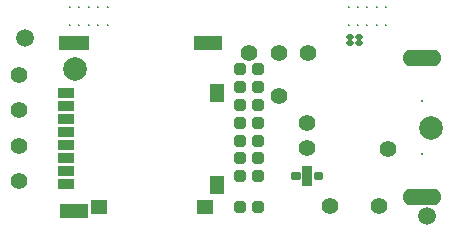
<source format=gbs>
%FSLAX24Y24*%
%MOIN*%
G70*
G01*
G75*
G04 Layer_Color=6899487*
%ADD10C,0.0060*%
%ADD11C,0.0197*%
G04:AMPARAMS|DCode=12|XSize=55.1mil|YSize=39.4mil|CornerRadius=3mil|HoleSize=0mil|Usage=FLASHONLY|Rotation=0.000|XOffset=0mil|YOffset=0mil|HoleType=Round|Shape=RoundedRectangle|*
%AMROUNDEDRECTD12*
21,1,0.0551,0.0335,0,0,0.0*
21,1,0.0492,0.0394,0,0,0.0*
1,1,0.0059,0.0246,-0.0167*
1,1,0.0059,-0.0246,-0.0167*
1,1,0.0059,-0.0246,0.0167*
1,1,0.0059,0.0246,0.0167*
%
%ADD12ROUNDEDRECTD12*%
G04:AMPARAMS|DCode=13|XSize=31.5mil|YSize=23.6mil|CornerRadius=1.2mil|HoleSize=0mil|Usage=FLASHONLY|Rotation=90.000|XOffset=0mil|YOffset=0mil|HoleType=Round|Shape=RoundedRectangle|*
%AMROUNDEDRECTD13*
21,1,0.0315,0.0213,0,0,90.0*
21,1,0.0291,0.0236,0,0,90.0*
1,1,0.0024,0.0106,0.0146*
1,1,0.0024,0.0106,-0.0146*
1,1,0.0024,-0.0106,-0.0146*
1,1,0.0024,-0.0106,0.0146*
%
%ADD13ROUNDEDRECTD13*%
G04:AMPARAMS|DCode=14|XSize=19.7mil|YSize=19.7mil|CornerRadius=1mil|HoleSize=0mil|Usage=FLASHONLY|Rotation=90.000|XOffset=0mil|YOffset=0mil|HoleType=Round|Shape=RoundedRectangle|*
%AMROUNDEDRECTD14*
21,1,0.0197,0.0177,0,0,90.0*
21,1,0.0177,0.0197,0,0,90.0*
1,1,0.0020,0.0089,0.0089*
1,1,0.0020,0.0089,-0.0089*
1,1,0.0020,-0.0089,-0.0089*
1,1,0.0020,-0.0089,0.0089*
%
%ADD14ROUNDEDRECTD14*%
G04:AMPARAMS|DCode=15|XSize=19.7mil|YSize=19.7mil|CornerRadius=1mil|HoleSize=0mil|Usage=FLASHONLY|Rotation=180.000|XOffset=0mil|YOffset=0mil|HoleType=Round|Shape=RoundedRectangle|*
%AMROUNDEDRECTD15*
21,1,0.0197,0.0177,0,0,180.0*
21,1,0.0177,0.0197,0,0,180.0*
1,1,0.0020,-0.0089,0.0089*
1,1,0.0020,0.0089,0.0089*
1,1,0.0020,0.0089,-0.0089*
1,1,0.0020,-0.0089,-0.0089*
%
%ADD15ROUNDEDRECTD15*%
G04:AMPARAMS|DCode=16|XSize=15.7mil|YSize=19.7mil|CornerRadius=0mil|HoleSize=0mil|Usage=FLASHONLY|Rotation=90.000|XOffset=0mil|YOffset=0mil|HoleType=Round|Shape=Octagon|*
%AMOCTAGOND16*
4,1,8,-0.0098,-0.0039,-0.0098,0.0039,-0.0059,0.0079,0.0059,0.0079,0.0098,0.0039,0.0098,-0.0039,0.0059,-0.0079,-0.0059,-0.0079,-0.0098,-0.0039,0.0*
%
%ADD16OCTAGOND16*%

G04:AMPARAMS|DCode=17|XSize=31.5mil|YSize=23.6mil|CornerRadius=1.2mil|HoleSize=0mil|Usage=FLASHONLY|Rotation=0.000|XOffset=0mil|YOffset=0mil|HoleType=Round|Shape=RoundedRectangle|*
%AMROUNDEDRECTD17*
21,1,0.0315,0.0213,0,0,0.0*
21,1,0.0291,0.0236,0,0,0.0*
1,1,0.0024,0.0146,-0.0106*
1,1,0.0024,-0.0146,-0.0106*
1,1,0.0024,-0.0146,0.0106*
1,1,0.0024,0.0146,0.0106*
%
%ADD17ROUNDEDRECTD17*%
G04:AMPARAMS|DCode=18|XSize=15.7mil|YSize=19.7mil|CornerRadius=0mil|HoleSize=0mil|Usage=FLASHONLY|Rotation=0.000|XOffset=0mil|YOffset=0mil|HoleType=Round|Shape=Octagon|*
%AMOCTAGOND18*
4,1,8,-0.0039,0.0098,0.0039,0.0098,0.0079,0.0059,0.0079,-0.0059,0.0039,-0.0098,-0.0039,-0.0098,-0.0079,-0.0059,-0.0079,0.0059,-0.0039,0.0098,0.0*
%
%ADD18OCTAGOND18*%

G04:AMPARAMS|DCode=19|XSize=13.8mil|YSize=33.5mil|CornerRadius=0.7mil|HoleSize=0mil|Usage=FLASHONLY|Rotation=270.000|XOffset=0mil|YOffset=0mil|HoleType=Round|Shape=RoundedRectangle|*
%AMROUNDEDRECTD19*
21,1,0.0138,0.0321,0,0,270.0*
21,1,0.0124,0.0335,0,0,270.0*
1,1,0.0014,-0.0160,-0.0062*
1,1,0.0014,-0.0160,0.0062*
1,1,0.0014,0.0160,0.0062*
1,1,0.0014,0.0160,-0.0062*
%
%ADD19ROUNDEDRECTD19*%
G04:AMPARAMS|DCode=20|XSize=25.6mil|YSize=39.4mil|CornerRadius=2.6mil|HoleSize=0mil|Usage=FLASHONLY|Rotation=90.000|XOffset=0mil|YOffset=0mil|HoleType=Round|Shape=RoundedRectangle|*
%AMROUNDEDRECTD20*
21,1,0.0256,0.0343,0,0,90.0*
21,1,0.0205,0.0394,0,0,90.0*
1,1,0.0051,0.0171,0.0102*
1,1,0.0051,0.0171,-0.0102*
1,1,0.0051,-0.0171,-0.0102*
1,1,0.0051,-0.0171,0.0102*
%
%ADD20ROUNDEDRECTD20*%
G04:AMPARAMS|DCode=21|XSize=196.9mil|YSize=196.9mil|CornerRadius=9.8mil|HoleSize=0mil|Usage=FLASHONLY|Rotation=90.000|XOffset=0mil|YOffset=0mil|HoleType=Round|Shape=RoundedRectangle|*
%AMROUNDEDRECTD21*
21,1,0.1969,0.1772,0,0,90.0*
21,1,0.1772,0.1969,0,0,90.0*
1,1,0.0197,0.0886,0.0886*
1,1,0.0197,0.0886,-0.0886*
1,1,0.0197,-0.0886,-0.0886*
1,1,0.0197,-0.0886,0.0886*
%
%ADD21ROUNDEDRECTD21*%
G04:AMPARAMS|DCode=22|XSize=47.2mil|YSize=11.8mil|CornerRadius=5.9mil|HoleSize=0mil|Usage=FLASHONLY|Rotation=90.000|XOffset=0mil|YOffset=0mil|HoleType=Round|Shape=RoundedRectangle|*
%AMROUNDEDRECTD22*
21,1,0.0472,0.0000,0,0,90.0*
21,1,0.0354,0.0118,0,0,90.0*
1,1,0.0118,0.0000,0.0177*
1,1,0.0118,0.0000,-0.0177*
1,1,0.0118,0.0000,-0.0177*
1,1,0.0118,0.0000,0.0177*
%
%ADD22ROUNDEDRECTD22*%
G04:AMPARAMS|DCode=23|XSize=47.2mil|YSize=11.8mil|CornerRadius=5.9mil|HoleSize=0mil|Usage=FLASHONLY|Rotation=0.000|XOffset=0mil|YOffset=0mil|HoleType=Round|Shape=RoundedRectangle|*
%AMROUNDEDRECTD23*
21,1,0.0472,0.0000,0,0,0.0*
21,1,0.0354,0.0118,0,0,0.0*
1,1,0.0118,0.0177,0.0000*
1,1,0.0118,-0.0177,0.0000*
1,1,0.0118,-0.0177,0.0000*
1,1,0.0118,0.0177,0.0000*
%
%ADD23ROUNDEDRECTD23*%
G04:AMPARAMS|DCode=24|XSize=39mil|YSize=11.8mil|CornerRadius=0.9mil|HoleSize=0mil|Usage=FLASHONLY|Rotation=180.000|XOffset=0mil|YOffset=0mil|HoleType=Round|Shape=RoundedRectangle|*
%AMROUNDEDRECTD24*
21,1,0.0390,0.0100,0,0,180.0*
21,1,0.0372,0.0118,0,0,180.0*
1,1,0.0018,-0.0186,0.0050*
1,1,0.0018,0.0186,0.0050*
1,1,0.0018,0.0186,-0.0050*
1,1,0.0018,-0.0186,-0.0050*
%
%ADD24ROUNDEDRECTD24*%
G04:AMPARAMS|DCode=25|XSize=31.5mil|YSize=29.5mil|CornerRadius=3mil|HoleSize=0mil|Usage=FLASHONLY|Rotation=180.000|XOffset=0mil|YOffset=0mil|HoleType=Round|Shape=RoundedRectangle|*
%AMROUNDEDRECTD25*
21,1,0.0315,0.0236,0,0,180.0*
21,1,0.0256,0.0295,0,0,180.0*
1,1,0.0059,-0.0128,0.0118*
1,1,0.0059,0.0128,0.0118*
1,1,0.0059,0.0128,-0.0118*
1,1,0.0059,-0.0128,-0.0118*
%
%ADD25ROUNDEDRECTD25*%
G04:AMPARAMS|DCode=26|XSize=31.5mil|YSize=29.5mil|CornerRadius=3mil|HoleSize=0mil|Usage=FLASHONLY|Rotation=270.000|XOffset=0mil|YOffset=0mil|HoleType=Round|Shape=RoundedRectangle|*
%AMROUNDEDRECTD26*
21,1,0.0315,0.0236,0,0,270.0*
21,1,0.0256,0.0295,0,0,270.0*
1,1,0.0059,-0.0118,-0.0128*
1,1,0.0059,-0.0118,0.0128*
1,1,0.0059,0.0118,0.0128*
1,1,0.0059,0.0118,-0.0128*
%
%ADD26ROUNDEDRECTD26*%
G04:AMPARAMS|DCode=27|XSize=31.5mil|YSize=31.5mil|CornerRadius=3.2mil|HoleSize=0mil|Usage=FLASHONLY|Rotation=180.000|XOffset=0mil|YOffset=0mil|HoleType=Round|Shape=RoundedRectangle|*
%AMROUNDEDRECTD27*
21,1,0.0315,0.0252,0,0,180.0*
21,1,0.0252,0.0315,0,0,180.0*
1,1,0.0063,-0.0126,0.0126*
1,1,0.0063,0.0126,0.0126*
1,1,0.0063,0.0126,-0.0126*
1,1,0.0063,-0.0126,-0.0126*
%
%ADD27ROUNDEDRECTD27*%
G04:AMPARAMS|DCode=28|XSize=31.5mil|YSize=31.5mil|CornerRadius=3.2mil|HoleSize=0mil|Usage=FLASHONLY|Rotation=90.000|XOffset=0mil|YOffset=0mil|HoleType=Round|Shape=RoundedRectangle|*
%AMROUNDEDRECTD28*
21,1,0.0315,0.0252,0,0,90.0*
21,1,0.0252,0.0315,0,0,90.0*
1,1,0.0063,0.0126,0.0126*
1,1,0.0063,0.0126,-0.0126*
1,1,0.0063,-0.0126,-0.0126*
1,1,0.0063,-0.0126,0.0126*
%
%ADD28ROUNDEDRECTD28*%
G04:AMPARAMS|DCode=29|XSize=47.2mil|YSize=78.7mil|CornerRadius=3.5mil|HoleSize=0mil|Usage=FLASHONLY|Rotation=90.000|XOffset=0mil|YOffset=0mil|HoleType=Round|Shape=RoundedRectangle|*
%AMROUNDEDRECTD29*
21,1,0.0472,0.0717,0,0,90.0*
21,1,0.0402,0.0787,0,0,90.0*
1,1,0.0071,0.0358,0.0201*
1,1,0.0071,0.0358,-0.0201*
1,1,0.0071,-0.0358,-0.0201*
1,1,0.0071,-0.0358,0.0201*
%
%ADD29ROUNDEDRECTD29*%
G04:AMPARAMS|DCode=30|XSize=47.2mil|YSize=78.7mil|CornerRadius=0mil|HoleSize=0mil|Usage=FLASHONLY|Rotation=90.000|XOffset=0mil|YOffset=0mil|HoleType=Round|Shape=RoundedRectangle|*
%AMROUNDEDRECTD30*
21,1,0.0472,0.0787,0,0,90.0*
21,1,0.0472,0.0787,0,0,90.0*
1,1,0.0000,0.0394,0.0236*
1,1,0.0000,0.0394,-0.0236*
1,1,0.0000,-0.0394,-0.0236*
1,1,0.0000,-0.0394,0.0236*
%
%ADD30ROUNDEDRECTD30*%
G04:AMPARAMS|DCode=31|XSize=39.4mil|YSize=59.1mil|CornerRadius=3mil|HoleSize=0mil|Usage=FLASHONLY|Rotation=0.000|XOffset=0mil|YOffset=0mil|HoleType=Round|Shape=RoundedRectangle|*
%AMROUNDEDRECTD31*
21,1,0.0394,0.0532,0,0,0.0*
21,1,0.0335,0.0591,0,0,0.0*
1,1,0.0059,0.0167,-0.0266*
1,1,0.0059,-0.0167,-0.0266*
1,1,0.0059,-0.0167,0.0266*
1,1,0.0059,0.0167,0.0266*
%
%ADD31ROUNDEDRECTD31*%
%ADD32C,0.0080*%
%ADD33C,0.0100*%
G04:AMPARAMS|DCode=34|XSize=3.9mil|YSize=3.9mil|CornerRadius=0.3mil|HoleSize=0mil|Usage=FLASHONLY|Rotation=0.000|XOffset=0mil|YOffset=0mil|HoleType=Round|Shape=RoundedRectangle|*
%AMROUNDEDRECTD34*
21,1,0.0039,0.0033,0,0,0.0*
21,1,0.0033,0.0039,0,0,0.0*
1,1,0.0006,0.0017,-0.0017*
1,1,0.0006,-0.0017,-0.0017*
1,1,0.0006,-0.0017,0.0017*
1,1,0.0006,0.0017,0.0017*
%
%ADD34ROUNDEDRECTD34*%
%ADD35C,0.0197*%
%ADD36C,0.0315*%
%ADD37C,0.0039*%
%ADD38O,0.1260X0.0512*%
%ADD39C,0.0472*%
G04:AMPARAMS|DCode=40|XSize=45.3mil|YSize=86.6mil|CornerRadius=1.1mil|HoleSize=0mil|Usage=FLASHONLY|Rotation=270.000|XOffset=0mil|YOffset=0mil|HoleType=Round|Shape=RoundedRectangle|*
%AMROUNDEDRECTD40*
21,1,0.0453,0.0843,0,0,270.0*
21,1,0.0430,0.0866,0,0,270.0*
1,1,0.0023,-0.0422,-0.0215*
1,1,0.0023,-0.0422,0.0215*
1,1,0.0023,0.0422,0.0215*
1,1,0.0023,0.0422,-0.0215*
%
%ADD40ROUNDEDRECTD40*%
G04:AMPARAMS|DCode=41|XSize=45.3mil|YSize=98.4mil|CornerRadius=1.1mil|HoleSize=0mil|Usage=FLASHONLY|Rotation=270.000|XOffset=0mil|YOffset=0mil|HoleType=Round|Shape=RoundedRectangle|*
%AMROUNDEDRECTD41*
21,1,0.0453,0.0962,0,0,270.0*
21,1,0.0430,0.0984,0,0,270.0*
1,1,0.0023,-0.0481,-0.0215*
1,1,0.0023,-0.0481,0.0215*
1,1,0.0023,0.0481,0.0215*
1,1,0.0023,0.0481,-0.0215*
%
%ADD41ROUNDEDRECTD41*%
G04:AMPARAMS|DCode=42|XSize=31.5mil|YSize=48.8mil|CornerRadius=0.8mil|HoleSize=0mil|Usage=FLASHONLY|Rotation=270.000|XOffset=0mil|YOffset=0mil|HoleType=Round|Shape=RoundedRectangle|*
%AMROUNDEDRECTD42*
21,1,0.0315,0.0472,0,0,270.0*
21,1,0.0299,0.0488,0,0,270.0*
1,1,0.0016,-0.0236,-0.0150*
1,1,0.0016,-0.0236,0.0150*
1,1,0.0016,0.0236,0.0150*
1,1,0.0016,0.0236,-0.0150*
%
%ADD42ROUNDEDRECTD42*%
G04:AMPARAMS|DCode=43|XSize=59.1mil|YSize=45.3mil|CornerRadius=1.1mil|HoleSize=0mil|Usage=FLASHONLY|Rotation=270.000|XOffset=0mil|YOffset=0mil|HoleType=Round|Shape=RoundedRectangle|*
%AMROUNDEDRECTD43*
21,1,0.0591,0.0430,0,0,270.0*
21,1,0.0568,0.0453,0,0,270.0*
1,1,0.0023,-0.0215,-0.0284*
1,1,0.0023,-0.0215,0.0284*
1,1,0.0023,0.0215,0.0284*
1,1,0.0023,0.0215,-0.0284*
%
%ADD43ROUNDEDRECTD43*%
G04:AMPARAMS|DCode=44|XSize=45.7mil|YSize=47.2mil|CornerRadius=1.1mil|HoleSize=0mil|Usage=FLASHONLY|Rotation=270.000|XOffset=0mil|YOffset=0mil|HoleType=Round|Shape=RoundedRectangle|*
%AMROUNDEDRECTD44*
21,1,0.0457,0.0450,0,0,270.0*
21,1,0.0434,0.0472,0,0,270.0*
1,1,0.0023,-0.0225,-0.0217*
1,1,0.0023,-0.0225,0.0217*
1,1,0.0023,0.0225,0.0217*
1,1,0.0023,0.0225,-0.0217*
%
%ADD44ROUNDEDRECTD44*%
%ADD45C,0.0079*%
%ADD46C,0.0070*%
%ADD47R,0.0236X0.1181*%
%ADD48R,0.0295X0.0315*%
%ADD49R,0.0157X0.0571*%
%ADD50R,0.0394X0.0236*%
%ADD51R,0.0236X0.0394*%
G04:AMPARAMS|DCode=52|XSize=192.9mil|YSize=192.9mil|CornerRadius=7.9mil|HoleSize=0mil|Usage=FLASHONLY|Rotation=90.000|XOffset=0mil|YOffset=0mil|HoleType=Round|Shape=RoundedRectangle|*
%AMROUNDEDRECTD52*
21,1,0.1929,0.1772,0,0,90.0*
21,1,0.1772,0.1929,0,0,90.0*
1,1,0.0157,0.0886,0.0886*
1,1,0.0157,0.0886,-0.0886*
1,1,0.0157,-0.0886,-0.0886*
1,1,0.0157,-0.0886,0.0886*
%
%ADD52ROUNDEDRECTD52*%
G04:AMPARAMS|DCode=53|XSize=43.3mil|YSize=7.9mil|CornerRadius=3.9mil|HoleSize=0mil|Usage=FLASHONLY|Rotation=90.000|XOffset=0mil|YOffset=0mil|HoleType=Round|Shape=RoundedRectangle|*
%AMROUNDEDRECTD53*
21,1,0.0433,0.0000,0,0,90.0*
21,1,0.0354,0.0079,0,0,90.0*
1,1,0.0079,0.0000,0.0177*
1,1,0.0079,0.0000,-0.0177*
1,1,0.0079,0.0000,-0.0177*
1,1,0.0079,0.0000,0.0177*
%
%ADD53ROUNDEDRECTD53*%
G04:AMPARAMS|DCode=54|XSize=43.3mil|YSize=7.9mil|CornerRadius=3.9mil|HoleSize=0mil|Usage=FLASHONLY|Rotation=0.000|XOffset=0mil|YOffset=0mil|HoleType=Round|Shape=RoundedRectangle|*
%AMROUNDEDRECTD54*
21,1,0.0433,0.0000,0,0,0.0*
21,1,0.0354,0.0079,0,0,0.0*
1,1,0.0079,0.0177,0.0000*
1,1,0.0079,-0.0177,0.0000*
1,1,0.0079,-0.0177,0.0000*
1,1,0.0079,0.0177,0.0000*
%
%ADD54ROUNDEDRECTD54*%
G04:AMPARAMS|DCode=55|XSize=43.3mil|YSize=74.8mil|CornerRadius=1.6mil|HoleSize=0mil|Usage=FLASHONLY|Rotation=90.000|XOffset=0mil|YOffset=0mil|HoleType=Round|Shape=RoundedRectangle|*
%AMROUNDEDRECTD55*
21,1,0.0433,0.0717,0,0,90.0*
21,1,0.0402,0.0748,0,0,90.0*
1,1,0.0032,0.0358,0.0201*
1,1,0.0032,0.0358,-0.0201*
1,1,0.0032,-0.0358,-0.0201*
1,1,0.0032,-0.0358,0.0201*
%
%ADD55ROUNDEDRECTD55*%
G04:AMPARAMS|DCode=56|XSize=43.3mil|YSize=74.8mil|CornerRadius=0mil|HoleSize=0mil|Usage=FLASHONLY|Rotation=90.000|XOffset=0mil|YOffset=0mil|HoleType=Round|Shape=RoundedRectangle|*
%AMROUNDEDRECTD56*
21,1,0.0433,0.0748,0,0,90.0*
21,1,0.0433,0.0748,0,0,90.0*
1,1,0.0000,0.0374,0.0217*
1,1,0.0000,0.0374,-0.0217*
1,1,0.0000,-0.0374,-0.0217*
1,1,0.0000,-0.0374,0.0217*
%
%ADD56ROUNDEDRECTD56*%
G04:AMPARAMS|DCode=57|XSize=35.4mil|YSize=55.1mil|CornerRadius=1mil|HoleSize=0mil|Usage=FLASHONLY|Rotation=0.000|XOffset=0mil|YOffset=0mil|HoleType=Round|Shape=RoundedRectangle|*
%AMROUNDEDRECTD57*
21,1,0.0354,0.0532,0,0,0.0*
21,1,0.0335,0.0551,0,0,0.0*
1,1,0.0020,0.0167,-0.0266*
1,1,0.0020,-0.0167,-0.0266*
1,1,0.0020,-0.0167,0.0266*
1,1,0.0020,0.0167,0.0266*
%
%ADD57ROUNDEDRECTD57*%
%ADD58C,0.0787*%
G04:AMPARAMS|DCode=59|XSize=63.1mil|YSize=47.4mil|CornerRadius=7mil|HoleSize=0mil|Usage=FLASHONLY|Rotation=0.000|XOffset=0mil|YOffset=0mil|HoleType=Round|Shape=RoundedRectangle|*
%AMROUNDEDRECTD59*
21,1,0.0631,0.0335,0,0,0.0*
21,1,0.0492,0.0474,0,0,0.0*
1,1,0.0139,0.0246,-0.0167*
1,1,0.0139,-0.0246,-0.0167*
1,1,0.0139,-0.0246,0.0167*
1,1,0.0139,0.0246,0.0167*
%
%ADD59ROUNDEDRECTD59*%
G04:AMPARAMS|DCode=60|XSize=35.4mil|YSize=27.6mil|CornerRadius=3.2mil|HoleSize=0mil|Usage=FLASHONLY|Rotation=90.000|XOffset=0mil|YOffset=0mil|HoleType=Round|Shape=RoundedRectangle|*
%AMROUNDEDRECTD60*
21,1,0.0354,0.0213,0,0,90.0*
21,1,0.0291,0.0276,0,0,90.0*
1,1,0.0063,0.0106,0.0146*
1,1,0.0063,0.0106,-0.0146*
1,1,0.0063,-0.0106,-0.0146*
1,1,0.0063,-0.0106,0.0146*
%
%ADD60ROUNDEDRECTD60*%
G04:AMPARAMS|DCode=61|XSize=23.6mil|YSize=23.6mil|CornerRadius=3mil|HoleSize=0mil|Usage=FLASHONLY|Rotation=90.000|XOffset=0mil|YOffset=0mil|HoleType=Round|Shape=RoundedRectangle|*
%AMROUNDEDRECTD61*
21,1,0.0236,0.0177,0,0,90.0*
21,1,0.0177,0.0236,0,0,90.0*
1,1,0.0059,0.0089,0.0089*
1,1,0.0059,0.0089,-0.0089*
1,1,0.0059,-0.0089,-0.0089*
1,1,0.0059,-0.0089,0.0089*
%
%ADD61ROUNDEDRECTD61*%
G04:AMPARAMS|DCode=62|XSize=23.6mil|YSize=23.6mil|CornerRadius=3mil|HoleSize=0mil|Usage=FLASHONLY|Rotation=180.000|XOffset=0mil|YOffset=0mil|HoleType=Round|Shape=RoundedRectangle|*
%AMROUNDEDRECTD62*
21,1,0.0236,0.0177,0,0,180.0*
21,1,0.0177,0.0236,0,0,180.0*
1,1,0.0059,-0.0089,0.0089*
1,1,0.0059,0.0089,0.0089*
1,1,0.0059,0.0089,-0.0089*
1,1,0.0059,-0.0089,-0.0089*
%
%ADD62ROUNDEDRECTD62*%
G04:AMPARAMS|DCode=63|XSize=19.7mil|YSize=23.6mil|CornerRadius=0mil|HoleSize=0mil|Usage=FLASHONLY|Rotation=90.000|XOffset=0mil|YOffset=0mil|HoleType=Round|Shape=Octagon|*
%AMOCTAGOND63*
4,1,8,-0.0118,-0.0049,-0.0118,0.0049,-0.0069,0.0098,0.0069,0.0098,0.0118,0.0049,0.0118,-0.0049,0.0069,-0.0098,-0.0069,-0.0098,-0.0118,-0.0049,0.0*
%
%ADD63OCTAGOND63*%

G04:AMPARAMS|DCode=64|XSize=35.4mil|YSize=27.6mil|CornerRadius=3.2mil|HoleSize=0mil|Usage=FLASHONLY|Rotation=0.000|XOffset=0mil|YOffset=0mil|HoleType=Round|Shape=RoundedRectangle|*
%AMROUNDEDRECTD64*
21,1,0.0354,0.0213,0,0,0.0*
21,1,0.0291,0.0276,0,0,0.0*
1,1,0.0063,0.0146,-0.0106*
1,1,0.0063,-0.0146,-0.0106*
1,1,0.0063,-0.0146,0.0106*
1,1,0.0063,0.0146,0.0106*
%
%ADD64ROUNDEDRECTD64*%
G04:AMPARAMS|DCode=65|XSize=19.7mil|YSize=23.6mil|CornerRadius=0mil|HoleSize=0mil|Usage=FLASHONLY|Rotation=0.000|XOffset=0mil|YOffset=0mil|HoleType=Round|Shape=Octagon|*
%AMOCTAGOND65*
4,1,8,-0.0049,0.0118,0.0049,0.0118,0.0098,0.0069,0.0098,-0.0069,0.0049,-0.0118,-0.0049,-0.0118,-0.0098,-0.0069,-0.0098,0.0069,-0.0049,0.0118,0.0*
%
%ADD65OCTAGOND65*%

G04:AMPARAMS|DCode=66|XSize=17.7mil|YSize=37.4mil|CornerRadius=2.7mil|HoleSize=0mil|Usage=FLASHONLY|Rotation=270.000|XOffset=0mil|YOffset=0mil|HoleType=Round|Shape=RoundedRectangle|*
%AMROUNDEDRECTD66*
21,1,0.0177,0.0321,0,0,270.0*
21,1,0.0124,0.0374,0,0,270.0*
1,1,0.0053,-0.0160,-0.0062*
1,1,0.0053,-0.0160,0.0062*
1,1,0.0053,0.0160,0.0062*
1,1,0.0053,0.0160,-0.0062*
%
%ADD66ROUNDEDRECTD66*%
G04:AMPARAMS|DCode=67|XSize=33.6mil|YSize=47.4mil|CornerRadius=6.6mil|HoleSize=0mil|Usage=FLASHONLY|Rotation=90.000|XOffset=0mil|YOffset=0mil|HoleType=Round|Shape=RoundedRectangle|*
%AMROUNDEDRECTD67*
21,1,0.0336,0.0343,0,0,90.0*
21,1,0.0205,0.0474,0,0,90.0*
1,1,0.0131,0.0171,0.0102*
1,1,0.0131,0.0171,-0.0102*
1,1,0.0131,-0.0171,-0.0102*
1,1,0.0131,-0.0171,0.0102*
%
%ADD67ROUNDEDRECTD67*%
G04:AMPARAMS|DCode=68|XSize=200.8mil|YSize=200.8mil|CornerRadius=11.8mil|HoleSize=0mil|Usage=FLASHONLY|Rotation=90.000|XOffset=0mil|YOffset=0mil|HoleType=Round|Shape=RoundedRectangle|*
%AMROUNDEDRECTD68*
21,1,0.2008,0.1772,0,0,90.0*
21,1,0.1772,0.2008,0,0,90.0*
1,1,0.0236,0.0886,0.0886*
1,1,0.0236,0.0886,-0.0886*
1,1,0.0236,-0.0886,-0.0886*
1,1,0.0236,-0.0886,0.0886*
%
%ADD68ROUNDEDRECTD68*%
G04:AMPARAMS|DCode=69|XSize=51.2mil|YSize=15.7mil|CornerRadius=7.9mil|HoleSize=0mil|Usage=FLASHONLY|Rotation=90.000|XOffset=0mil|YOffset=0mil|HoleType=Round|Shape=RoundedRectangle|*
%AMROUNDEDRECTD69*
21,1,0.0512,0.0000,0,0,90.0*
21,1,0.0354,0.0157,0,0,90.0*
1,1,0.0157,0.0000,0.0177*
1,1,0.0157,0.0000,-0.0177*
1,1,0.0157,0.0000,-0.0177*
1,1,0.0157,0.0000,0.0177*
%
%ADD69ROUNDEDRECTD69*%
G04:AMPARAMS|DCode=70|XSize=51.2mil|YSize=15.7mil|CornerRadius=7.9mil|HoleSize=0mil|Usage=FLASHONLY|Rotation=0.000|XOffset=0mil|YOffset=0mil|HoleType=Round|Shape=RoundedRectangle|*
%AMROUNDEDRECTD70*
21,1,0.0512,0.0000,0,0,0.0*
21,1,0.0354,0.0157,0,0,0.0*
1,1,0.0157,0.0177,0.0000*
1,1,0.0157,-0.0177,0.0000*
1,1,0.0157,-0.0177,0.0000*
1,1,0.0157,0.0177,0.0000*
%
%ADD70ROUNDEDRECTD70*%
G04:AMPARAMS|DCode=71|XSize=43.7mil|YSize=16.5mil|CornerRadius=3.2mil|HoleSize=0mil|Usage=FLASHONLY|Rotation=180.000|XOffset=0mil|YOffset=0mil|HoleType=Round|Shape=RoundedRectangle|*
%AMROUNDEDRECTD71*
21,1,0.0437,0.0100,0,0,180.0*
21,1,0.0372,0.0165,0,0,180.0*
1,1,0.0065,-0.0186,0.0050*
1,1,0.0065,0.0186,0.0050*
1,1,0.0065,0.0186,-0.0050*
1,1,0.0065,-0.0186,-0.0050*
%
%ADD71ROUNDEDRECTD71*%
G04:AMPARAMS|DCode=72|XSize=39.4mil|YSize=37.4mil|CornerRadius=6.9mil|HoleSize=0mil|Usage=FLASHONLY|Rotation=180.000|XOffset=0mil|YOffset=0mil|HoleType=Round|Shape=RoundedRectangle|*
%AMROUNDEDRECTD72*
21,1,0.0394,0.0236,0,0,180.0*
21,1,0.0256,0.0374,0,0,180.0*
1,1,0.0138,-0.0128,0.0118*
1,1,0.0138,0.0128,0.0118*
1,1,0.0138,0.0128,-0.0118*
1,1,0.0138,-0.0128,-0.0118*
%
%ADD72ROUNDEDRECTD72*%
G04:AMPARAMS|DCode=73|XSize=39.4mil|YSize=37.4mil|CornerRadius=6.9mil|HoleSize=0mil|Usage=FLASHONLY|Rotation=270.000|XOffset=0mil|YOffset=0mil|HoleType=Round|Shape=RoundedRectangle|*
%AMROUNDEDRECTD73*
21,1,0.0394,0.0236,0,0,270.0*
21,1,0.0256,0.0374,0,0,270.0*
1,1,0.0138,-0.0118,-0.0128*
1,1,0.0138,-0.0118,0.0128*
1,1,0.0138,0.0118,0.0128*
1,1,0.0138,0.0118,-0.0128*
%
%ADD73ROUNDEDRECTD73*%
G04:AMPARAMS|DCode=74|XSize=39.4mil|YSize=39.4mil|CornerRadius=7.1mil|HoleSize=0mil|Usage=FLASHONLY|Rotation=180.000|XOffset=0mil|YOffset=0mil|HoleType=Round|Shape=RoundedRectangle|*
%AMROUNDEDRECTD74*
21,1,0.0394,0.0252,0,0,180.0*
21,1,0.0252,0.0394,0,0,180.0*
1,1,0.0142,-0.0126,0.0126*
1,1,0.0142,0.0126,0.0126*
1,1,0.0142,0.0126,-0.0126*
1,1,0.0142,-0.0126,-0.0126*
%
%ADD74ROUNDEDRECTD74*%
G04:AMPARAMS|DCode=75|XSize=39.4mil|YSize=39.4mil|CornerRadius=7.1mil|HoleSize=0mil|Usage=FLASHONLY|Rotation=90.000|XOffset=0mil|YOffset=0mil|HoleType=Round|Shape=RoundedRectangle|*
%AMROUNDEDRECTD75*
21,1,0.0394,0.0252,0,0,90.0*
21,1,0.0252,0.0394,0,0,90.0*
1,1,0.0142,0.0126,0.0126*
1,1,0.0142,0.0126,-0.0126*
1,1,0.0142,-0.0126,-0.0126*
1,1,0.0142,-0.0126,0.0126*
%
%ADD75ROUNDEDRECTD75*%
G04:AMPARAMS|DCode=76|XSize=51.2mil|YSize=82.7mil|CornerRadius=5.5mil|HoleSize=0mil|Usage=FLASHONLY|Rotation=90.000|XOffset=0mil|YOffset=0mil|HoleType=Round|Shape=RoundedRectangle|*
%AMROUNDEDRECTD76*
21,1,0.0512,0.0717,0,0,90.0*
21,1,0.0402,0.0827,0,0,90.0*
1,1,0.0110,0.0358,0.0201*
1,1,0.0110,0.0358,-0.0201*
1,1,0.0110,-0.0358,-0.0201*
1,1,0.0110,-0.0358,0.0201*
%
%ADD76ROUNDEDRECTD76*%
G04:AMPARAMS|DCode=77|XSize=51.2mil|YSize=82.7mil|CornerRadius=0mil|HoleSize=0mil|Usage=FLASHONLY|Rotation=90.000|XOffset=0mil|YOffset=0mil|HoleType=Round|Shape=RoundedRectangle|*
%AMROUNDEDRECTD77*
21,1,0.0512,0.0827,0,0,90.0*
21,1,0.0512,0.0827,0,0,90.0*
1,1,0.0000,0.0413,0.0256*
1,1,0.0000,0.0413,-0.0256*
1,1,0.0000,-0.0413,-0.0256*
1,1,0.0000,-0.0413,0.0256*
%
%ADD77ROUNDEDRECTD77*%
G04:AMPARAMS|DCode=78|XSize=43.3mil|YSize=63mil|CornerRadius=4.9mil|HoleSize=0mil|Usage=FLASHONLY|Rotation=0.000|XOffset=0mil|YOffset=0mil|HoleType=Round|Shape=RoundedRectangle|*
%AMROUNDEDRECTD78*
21,1,0.0433,0.0532,0,0,0.0*
21,1,0.0335,0.0630,0,0,0.0*
1,1,0.0098,0.0167,-0.0266*
1,1,0.0098,-0.0167,-0.0266*
1,1,0.0098,-0.0167,0.0266*
1,1,0.0098,0.0167,0.0266*
%
%ADD78ROUNDEDRECTD78*%
G04:AMPARAMS|DCode=79|XSize=35.4mil|YSize=33.5mil|CornerRadius=4.9mil|HoleSize=0mil|Usage=FLASHONLY|Rotation=0.000|XOffset=0mil|YOffset=0mil|HoleType=Round|Shape=RoundedRectangle|*
%AMROUNDEDRECTD79*
21,1,0.0354,0.0236,0,0,0.0*
21,1,0.0256,0.0335,0,0,0.0*
1,1,0.0098,0.0128,-0.0118*
1,1,0.0098,-0.0128,-0.0118*
1,1,0.0098,-0.0128,0.0118*
1,1,0.0098,0.0128,0.0118*
%
%ADD79ROUNDEDRECTD79*%
G04:AMPARAMS|DCode=80|XSize=35.4mil|YSize=33.5mil|CornerRadius=4.9mil|HoleSize=0mil|Usage=FLASHONLY|Rotation=90.000|XOffset=0mil|YOffset=0mil|HoleType=Round|Shape=RoundedRectangle|*
%AMROUNDEDRECTD80*
21,1,0.0354,0.0236,0,0,90.0*
21,1,0.0256,0.0335,0,0,90.0*
1,1,0.0098,0.0118,0.0128*
1,1,0.0098,0.0118,-0.0128*
1,1,0.0098,-0.0118,-0.0128*
1,1,0.0098,-0.0118,0.0128*
%
%ADD80ROUNDEDRECTD80*%
G04:AMPARAMS|DCode=81|XSize=7.9mil|YSize=7.9mil|CornerRadius=2.3mil|HoleSize=0mil|Usage=FLASHONLY|Rotation=0.000|XOffset=0mil|YOffset=0mil|HoleType=Round|Shape=RoundedRectangle|*
%AMROUNDEDRECTD81*
21,1,0.0079,0.0033,0,0,0.0*
21,1,0.0033,0.0079,0,0,0.0*
1,1,0.0045,0.0017,-0.0017*
1,1,0.0045,-0.0017,-0.0017*
1,1,0.0045,-0.0017,0.0017*
1,1,0.0045,0.0017,0.0017*
%
%ADD81ROUNDEDRECTD81*%
%ADD82C,0.0591*%
%ADD83C,0.0079*%
%ADD84O,0.1299X0.0551*%
G04:AMPARAMS|DCode=85|XSize=23.6mil|YSize=17.7mil|CornerRadius=4.4mil|HoleSize=0mil|Usage=FLASHONLY|Rotation=180.000|XOffset=0mil|YOffset=0mil|HoleType=Round|Shape=RoundedRectangle|*
%AMROUNDEDRECTD85*
21,1,0.0236,0.0089,0,0,180.0*
21,1,0.0148,0.0177,0,0,180.0*
1,1,0.0089,-0.0074,0.0044*
1,1,0.0089,0.0074,0.0044*
1,1,0.0089,0.0074,-0.0044*
1,1,0.0089,-0.0074,-0.0044*
%
%ADD85ROUNDEDRECTD85*%
%ADD86C,0.0552*%
G04:AMPARAMS|DCode=87|XSize=49.2mil|YSize=90.6mil|CornerRadius=3.1mil|HoleSize=0mil|Usage=FLASHONLY|Rotation=270.000|XOffset=0mil|YOffset=0mil|HoleType=Round|Shape=RoundedRectangle|*
%AMROUNDEDRECTD87*
21,1,0.0492,0.0843,0,0,270.0*
21,1,0.0430,0.0906,0,0,270.0*
1,1,0.0062,-0.0422,-0.0215*
1,1,0.0062,-0.0422,0.0215*
1,1,0.0062,0.0422,0.0215*
1,1,0.0062,0.0422,-0.0215*
%
%ADD87ROUNDEDRECTD87*%
G04:AMPARAMS|DCode=88|XSize=49.2mil|YSize=102.4mil|CornerRadius=3.1mil|HoleSize=0mil|Usage=FLASHONLY|Rotation=270.000|XOffset=0mil|YOffset=0mil|HoleType=Round|Shape=RoundedRectangle|*
%AMROUNDEDRECTD88*
21,1,0.0492,0.0962,0,0,270.0*
21,1,0.0430,0.1024,0,0,270.0*
1,1,0.0062,-0.0481,-0.0215*
1,1,0.0062,-0.0481,0.0215*
1,1,0.0062,0.0481,0.0215*
1,1,0.0062,0.0481,-0.0215*
%
%ADD88ROUNDEDRECTD88*%
G04:AMPARAMS|DCode=89|XSize=35.4mil|YSize=52.8mil|CornerRadius=2.8mil|HoleSize=0mil|Usage=FLASHONLY|Rotation=270.000|XOffset=0mil|YOffset=0mil|HoleType=Round|Shape=RoundedRectangle|*
%AMROUNDEDRECTD89*
21,1,0.0354,0.0472,0,0,270.0*
21,1,0.0299,0.0528,0,0,270.0*
1,1,0.0055,-0.0236,-0.0150*
1,1,0.0055,-0.0236,0.0150*
1,1,0.0055,0.0236,0.0150*
1,1,0.0055,0.0236,-0.0150*
%
%ADD89ROUNDEDRECTD89*%
G04:AMPARAMS|DCode=90|XSize=63mil|YSize=49.2mil|CornerRadius=3.1mil|HoleSize=0mil|Usage=FLASHONLY|Rotation=270.000|XOffset=0mil|YOffset=0mil|HoleType=Round|Shape=RoundedRectangle|*
%AMROUNDEDRECTD90*
21,1,0.0630,0.0430,0,0,270.0*
21,1,0.0568,0.0492,0,0,270.0*
1,1,0.0062,-0.0215,-0.0284*
1,1,0.0062,-0.0215,0.0284*
1,1,0.0062,0.0215,0.0284*
1,1,0.0062,0.0215,-0.0284*
%
%ADD90ROUNDEDRECTD90*%
G04:AMPARAMS|DCode=91|XSize=49.6mil|YSize=51.2mil|CornerRadius=3.1mil|HoleSize=0mil|Usage=FLASHONLY|Rotation=270.000|XOffset=0mil|YOffset=0mil|HoleType=Round|Shape=RoundedRectangle|*
%AMROUNDEDRECTD91*
21,1,0.0496,0.0450,0,0,270.0*
21,1,0.0434,0.0512,0,0,270.0*
1,1,0.0062,-0.0225,-0.0217*
1,1,0.0062,-0.0225,0.0217*
1,1,0.0062,0.0225,0.0217*
1,1,0.0062,0.0225,-0.0217*
%
%ADD91ROUNDEDRECTD91*%
D58*
X2461Y5276D02*
D03*
X14311Y3307D02*
D03*
D61*
X9803Y1713D02*
D03*
D62*
X10591D02*
D03*
D64*
X10197D02*
D03*
Y1516D02*
D03*
Y1909D02*
D03*
D65*
X10512Y1713D02*
D03*
X9882D02*
D03*
D72*
X7953Y4665D02*
D03*
Y5276D02*
D03*
X8563Y4665D02*
D03*
Y5276D02*
D03*
D73*
Y2303D02*
D03*
X7953D02*
D03*
X8563Y2894D02*
D03*
X7953D02*
D03*
X8563Y4075D02*
D03*
X7953D02*
D03*
X8563Y1713D02*
D03*
X7953D02*
D03*
X8563Y689D02*
D03*
X7953D02*
D03*
X8563Y3484D02*
D03*
X7953D02*
D03*
D81*
X2283Y7362D02*
D03*
X2598D02*
D03*
X2913D02*
D03*
X3228D02*
D03*
X3543D02*
D03*
Y6732D02*
D03*
X3228D02*
D03*
X2913D02*
D03*
X2598D02*
D03*
X2283D02*
D03*
X11575D02*
D03*
X11890D02*
D03*
X12205D02*
D03*
X12520D02*
D03*
X12835D02*
D03*
Y7362D02*
D03*
X12520D02*
D03*
X12205D02*
D03*
X11890D02*
D03*
X11575D02*
D03*
D82*
X787Y6299D02*
D03*
X14173Y394D02*
D03*
D83*
X14016Y4216D02*
D03*
Y2444D02*
D03*
D84*
Y1027D02*
D03*
Y5633D02*
D03*
D85*
X11614Y6142D02*
D03*
Y6358D02*
D03*
X11909D02*
D03*
Y6142D02*
D03*
D86*
X10197Y3484D02*
D03*
X9252Y4370D02*
D03*
X10236Y5827D02*
D03*
X10197Y2638D02*
D03*
X591Y3898D02*
D03*
Y2717D02*
D03*
X9252Y5827D02*
D03*
X8268D02*
D03*
X591Y5079D02*
D03*
Y1535D02*
D03*
X12874Y2598D02*
D03*
X12598Y709D02*
D03*
X10945D02*
D03*
D87*
X6874Y6159D02*
D03*
X2413Y533D02*
D03*
D88*
Y6159D02*
D03*
D89*
X2165Y4488D02*
D03*
Y4055D02*
D03*
Y3622D02*
D03*
Y3189D02*
D03*
Y2756D02*
D03*
Y2323D02*
D03*
Y1890D02*
D03*
Y1457D02*
D03*
D90*
X7187Y4465D02*
D03*
Y1402D02*
D03*
D91*
X6803Y691D02*
D03*
X3260D02*
D03*
M02*

</source>
